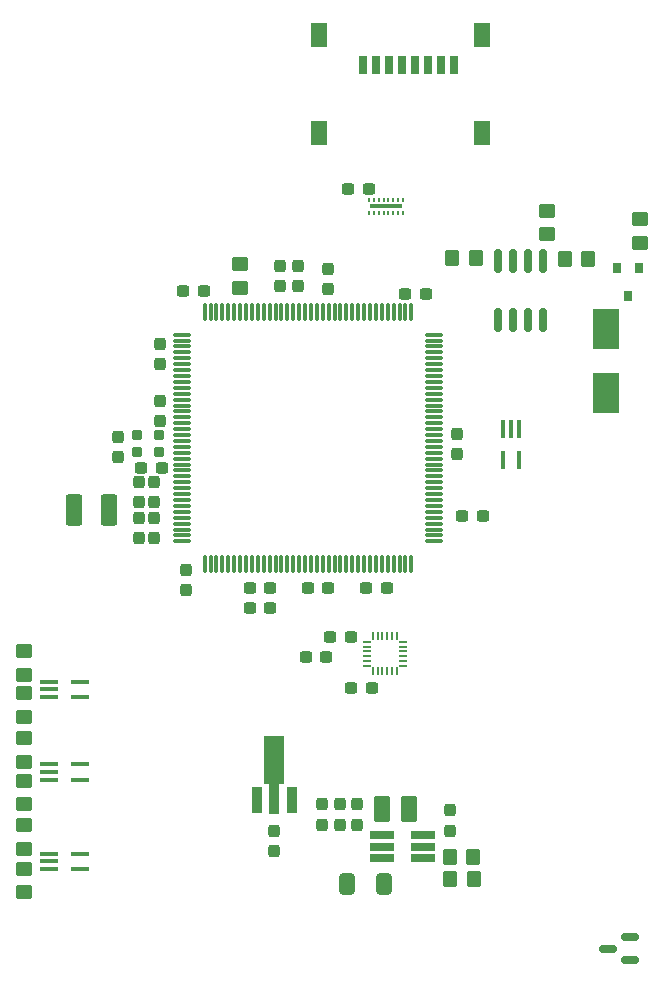
<source format=gtp>
G04 #@! TF.GenerationSoftware,KiCad,Pcbnew,(6.0.5)*
G04 #@! TF.CreationDate,2023-02-15T02:15:57-07:00*
G04 #@! TF.ProjectId,EVCU,45564355-2e6b-4696-9361-645f70636258,rev?*
G04 #@! TF.SameCoordinates,Original*
G04 #@! TF.FileFunction,Paste,Top*
G04 #@! TF.FilePolarity,Positive*
%FSLAX46Y46*%
G04 Gerber Fmt 4.6, Leading zero omitted, Abs format (unit mm)*
G04 Created by KiCad (PCBNEW (6.0.5)) date 2023-02-15 02:15:57*
%MOMM*%
%LPD*%
G01*
G04 APERTURE LIST*
G04 Aperture macros list*
%AMRoundRect*
0 Rectangle with rounded corners*
0 $1 Rounding radius*
0 $2 $3 $4 $5 $6 $7 $8 $9 X,Y pos of 4 corners*
0 Add a 4 corners polygon primitive as box body*
4,1,4,$2,$3,$4,$5,$6,$7,$8,$9,$2,$3,0*
0 Add four circle primitives for the rounded corners*
1,1,$1+$1,$2,$3*
1,1,$1+$1,$4,$5*
1,1,$1+$1,$6,$7*
1,1,$1+$1,$8,$9*
0 Add four rect primitives between the rounded corners*
20,1,$1+$1,$2,$3,$4,$5,0*
20,1,$1+$1,$4,$5,$6,$7,0*
20,1,$1+$1,$6,$7,$8,$9,0*
20,1,$1+$1,$8,$9,$2,$3,0*%
%AMFreePoly0*
4,1,14,0.266715,0.088284,0.363284,-0.008285,0.375000,-0.036569,0.375000,-0.060000,0.363284,-0.088284,0.335000,-0.100000,-0.335000,-0.100000,-0.363284,-0.088284,-0.375000,-0.060000,-0.375000,0.060000,-0.363284,0.088284,-0.335000,0.100000,0.238431,0.100000,0.266715,0.088284,0.266715,0.088284,$1*%
%AMFreePoly1*
4,1,14,0.363284,0.088284,0.375000,0.060000,0.375000,0.036569,0.363284,0.008285,0.266715,-0.088284,0.238431,-0.100000,-0.335000,-0.100000,-0.363284,-0.088284,-0.375000,-0.060000,-0.375000,0.060000,-0.363284,0.088284,-0.335000,0.100000,0.335000,0.100000,0.363284,0.088284,0.363284,0.088284,$1*%
%AMFreePoly2*
4,1,14,0.088284,0.363284,0.100000,0.335000,0.100000,-0.335000,0.088284,-0.363284,0.060000,-0.375000,-0.060000,-0.375000,-0.088284,-0.363284,-0.100000,-0.335000,-0.100000,0.238431,-0.088284,0.266715,0.008285,0.363284,0.036569,0.375000,0.060000,0.375000,0.088284,0.363284,0.088284,0.363284,$1*%
%AMFreePoly3*
4,1,14,-0.008285,0.363284,0.088284,0.266715,0.100000,0.238431,0.100000,-0.335000,0.088284,-0.363284,0.060000,-0.375000,-0.060000,-0.375000,-0.088284,-0.363284,-0.100000,-0.335000,-0.100000,0.335000,-0.088284,0.363284,-0.060000,0.375000,-0.036569,0.375000,-0.008285,0.363284,-0.008285,0.363284,$1*%
%AMFreePoly4*
4,1,14,0.363284,0.088284,0.375000,0.060000,0.375000,-0.060000,0.363284,-0.088284,0.335000,-0.100000,-0.238431,-0.100000,-0.266715,-0.088284,-0.363284,0.008285,-0.375000,0.036569,-0.375000,0.060000,-0.363284,0.088284,-0.335000,0.100000,0.335000,0.100000,0.363284,0.088284,0.363284,0.088284,$1*%
%AMFreePoly5*
4,1,14,0.363284,0.088284,0.375000,0.060000,0.375000,-0.060000,0.363284,-0.088284,0.335000,-0.100000,-0.335000,-0.100000,-0.363284,-0.088284,-0.375000,-0.060000,-0.375000,-0.036569,-0.363284,-0.008285,-0.266715,0.088284,-0.238431,0.100000,0.335000,0.100000,0.363284,0.088284,0.363284,0.088284,$1*%
%AMFreePoly6*
4,1,14,0.088284,0.363284,0.100000,0.335000,0.100000,-0.238431,0.088284,-0.266715,-0.008285,-0.363284,-0.036569,-0.375000,-0.060000,-0.375000,-0.088284,-0.363284,-0.100000,-0.335000,-0.100000,0.335000,-0.088284,0.363284,-0.060000,0.375000,0.060000,0.375000,0.088284,0.363284,0.088284,0.363284,$1*%
%AMFreePoly7*
4,1,14,0.088284,0.363284,0.100000,0.335000,0.100000,-0.335000,0.088284,-0.363284,0.060000,-0.375000,0.036569,-0.375000,0.008285,-0.363284,-0.088284,-0.266715,-0.100000,-0.238431,-0.100000,0.335000,-0.088284,0.363284,-0.060000,0.375000,0.060000,0.375000,0.088284,0.363284,0.088284,0.363284,$1*%
%AMFreePoly8*
4,1,9,5.362500,-0.866500,1.237500,-0.866500,1.237500,-0.450000,-1.237500,-0.450000,-1.237500,0.450000,1.237500,0.450000,1.237500,0.866500,5.362500,0.866500,5.362500,-0.866500,5.362500,-0.866500,$1*%
G04 Aperture macros list end*
%ADD10RoundRect,0.237500X0.237500X-0.300000X0.237500X0.300000X-0.237500X0.300000X-0.237500X-0.300000X0*%
%ADD11R,0.400000X1.500000*%
%ADD12FreePoly0,270.000000*%
%ADD13RoundRect,0.050000X-0.050000X0.325000X-0.050000X-0.325000X0.050000X-0.325000X0.050000X0.325000X0*%
%ADD14FreePoly1,270.000000*%
%ADD15FreePoly2,270.000000*%
%ADD16RoundRect,0.050000X-0.325000X0.050000X-0.325000X-0.050000X0.325000X-0.050000X0.325000X0.050000X0*%
%ADD17FreePoly3,270.000000*%
%ADD18FreePoly4,270.000000*%
%ADD19FreePoly5,270.000000*%
%ADD20FreePoly6,270.000000*%
%ADD21FreePoly7,270.000000*%
%ADD22RoundRect,0.250001X0.462499X0.849999X-0.462499X0.849999X-0.462499X-0.849999X0.462499X-0.849999X0*%
%ADD23RoundRect,0.237500X0.300000X0.237500X-0.300000X0.237500X-0.300000X-0.237500X0.300000X-0.237500X0*%
%ADD24R,0.900000X2.300000*%
%ADD25FreePoly8,90.000000*%
%ADD26RoundRect,0.237500X-0.237500X0.300000X-0.237500X-0.300000X0.237500X-0.300000X0.237500X0.300000X0*%
%ADD27RoundRect,0.250001X-0.462499X-1.074999X0.462499X-1.074999X0.462499X1.074999X-0.462499X1.074999X0*%
%ADD28RoundRect,0.250000X-0.450000X0.350000X-0.450000X-0.350000X0.450000X-0.350000X0.450000X0.350000X0*%
%ADD29R,1.500000X0.400000*%
%ADD30RoundRect,0.250000X0.350000X0.450000X-0.350000X0.450000X-0.350000X-0.450000X0.350000X-0.450000X0*%
%ADD31RoundRect,0.250000X0.412500X0.650000X-0.412500X0.650000X-0.412500X-0.650000X0.412500X-0.650000X0*%
%ADD32R,2.000000X0.650000*%
%ADD33RoundRect,0.250000X-0.350000X-0.450000X0.350000X-0.450000X0.350000X0.450000X-0.350000X0.450000X0*%
%ADD34RoundRect,0.075000X-0.662500X-0.075000X0.662500X-0.075000X0.662500X0.075000X-0.662500X0.075000X0*%
%ADD35RoundRect,0.075000X-0.075000X-0.662500X0.075000X-0.662500X0.075000X0.662500X-0.075000X0.662500X0*%
%ADD36RoundRect,0.237500X-0.300000X-0.237500X0.300000X-0.237500X0.300000X0.237500X-0.300000X0.237500X0*%
%ADD37RoundRect,0.150000X0.587500X0.150000X-0.587500X0.150000X-0.587500X-0.150000X0.587500X-0.150000X0*%
%ADD38R,2.300000X3.500000*%
%ADD39RoundRect,0.150000X0.150000X-0.825000X0.150000X0.825000X-0.150000X0.825000X-0.150000X-0.825000X0*%
%ADD40R,0.800000X1.500000*%
%ADD41R,1.450000X2.000000*%
%ADD42RoundRect,0.250000X0.450000X-0.350000X0.450000X0.350000X-0.450000X0.350000X-0.450000X-0.350000X0*%
%ADD43RoundRect,0.200000X0.250000X-0.200000X0.250000X0.200000X-0.250000X0.200000X-0.250000X-0.200000X0*%
%ADD44R,0.800000X0.900000*%
%ADD45R,0.200000X0.450000*%
%ADD46R,2.800000X0.300000*%
G04 APERTURE END LIST*
D10*
X130105200Y-111915100D03*
X130105200Y-110190100D03*
D11*
X135955800Y-77867200D03*
X135305800Y-77867200D03*
X134655800Y-77867200D03*
X134655800Y-80527200D03*
X135955800Y-80527200D03*
D10*
X119846400Y-66029700D03*
X119846400Y-64304700D03*
D12*
X125621600Y-95417200D03*
D13*
X125221600Y-95417200D03*
X124821600Y-95417200D03*
X124421600Y-95417200D03*
X124021600Y-95417200D03*
D14*
X123621600Y-95417200D03*
D15*
X123121600Y-95917200D03*
D16*
X123121600Y-96317200D03*
X123121600Y-96717200D03*
X123121600Y-97117200D03*
X123121600Y-97517200D03*
D17*
X123121600Y-97917200D03*
D18*
X123621600Y-98417200D03*
D13*
X124021600Y-98417200D03*
X124421600Y-98417200D03*
X124821600Y-98417200D03*
X125221600Y-98417200D03*
D19*
X125621600Y-98417200D03*
D20*
X126121600Y-97917200D03*
D16*
X126121600Y-97517200D03*
X126121600Y-97117200D03*
X126121600Y-96717200D03*
X126121600Y-96317200D03*
D21*
X126121600Y-95917200D03*
D22*
X126695700Y-110036600D03*
X124370700Y-110036600D03*
D23*
X123502900Y-99838200D03*
X121777900Y-99838200D03*
D24*
X113765200Y-109312600D03*
D25*
X115265200Y-109225100D03*
D24*
X116765200Y-109312600D03*
D26*
X115243008Y-111910156D03*
X115243008Y-113635156D03*
D27*
X98292900Y-84725200D03*
X101267900Y-84725200D03*
D10*
X130768400Y-79999700D03*
X130768400Y-78274700D03*
D23*
X109278900Y-66183200D03*
X107553900Y-66183200D03*
D28*
X94081600Y-107661200D03*
X94081600Y-109661200D03*
D29*
X96155200Y-99273600D03*
X96155200Y-99923600D03*
X96155200Y-100573600D03*
X98815200Y-100573600D03*
X98815200Y-99273600D03*
D10*
X117306400Y-65775700D03*
X117306400Y-64050700D03*
D30*
X132121200Y-114117856D03*
X130121200Y-114117856D03*
D31*
X124555700Y-116386600D03*
X121430700Y-116386600D03*
D28*
X94081600Y-104054400D03*
X94081600Y-106054400D03*
D30*
X132321731Y-63414600D03*
X130321731Y-63414600D03*
D32*
X124409200Y-112308600D03*
X124409200Y-113258600D03*
X124409200Y-114208600D03*
X127829200Y-114208600D03*
X127829200Y-113258600D03*
X127829200Y-112308600D03*
D28*
X94081600Y-96688400D03*
X94081600Y-98688400D03*
D23*
X124772900Y-91329200D03*
X123047900Y-91329200D03*
D33*
X139846731Y-63465400D03*
X141846731Y-63465400D03*
D29*
X96155200Y-106284000D03*
X96155200Y-106934000D03*
X96155200Y-107584000D03*
X98815200Y-107584000D03*
X98815200Y-106284000D03*
D23*
X114892300Y-91329200D03*
X113167300Y-91329200D03*
X114892300Y-93005600D03*
X113167300Y-93005600D03*
X119819900Y-91329200D03*
X118094900Y-91329200D03*
D34*
X107456700Y-69904600D03*
X107456700Y-70404600D03*
X107456700Y-70904600D03*
X107456700Y-71404600D03*
X107456700Y-71904600D03*
X107456700Y-72404600D03*
X107456700Y-72904600D03*
X107456700Y-73404600D03*
X107456700Y-73904600D03*
X107456700Y-74404600D03*
X107456700Y-74904600D03*
X107456700Y-75404600D03*
X107456700Y-75904600D03*
X107456700Y-76404600D03*
X107456700Y-76904600D03*
X107456700Y-77404600D03*
X107456700Y-77904600D03*
X107456700Y-78404600D03*
X107456700Y-78904600D03*
X107456700Y-79404600D03*
X107456700Y-79904600D03*
X107456700Y-80404600D03*
X107456700Y-80904600D03*
X107456700Y-81404600D03*
X107456700Y-81904600D03*
X107456700Y-82404600D03*
X107456700Y-82904600D03*
X107456700Y-83404600D03*
X107456700Y-83904600D03*
X107456700Y-84404600D03*
X107456700Y-84904600D03*
X107456700Y-85404600D03*
X107456700Y-85904600D03*
X107456700Y-86404600D03*
X107456700Y-86904600D03*
X107456700Y-87404600D03*
D35*
X109369200Y-89317100D03*
X109869200Y-89317100D03*
X110369200Y-89317100D03*
X110869200Y-89317100D03*
X111369200Y-89317100D03*
X111869200Y-89317100D03*
X112369200Y-89317100D03*
X112869200Y-89317100D03*
X113369200Y-89317100D03*
X113869200Y-89317100D03*
X114369200Y-89317100D03*
X114869200Y-89317100D03*
X115369200Y-89317100D03*
X115869200Y-89317100D03*
X116369200Y-89317100D03*
X116869200Y-89317100D03*
X117369200Y-89317100D03*
X117869200Y-89317100D03*
X118369200Y-89317100D03*
X118869200Y-89317100D03*
X119369200Y-89317100D03*
X119869200Y-89317100D03*
X120369200Y-89317100D03*
X120869200Y-89317100D03*
X121369200Y-89317100D03*
X121869200Y-89317100D03*
X122369200Y-89317100D03*
X122869200Y-89317100D03*
X123369200Y-89317100D03*
X123869200Y-89317100D03*
X124369200Y-89317100D03*
X124869200Y-89317100D03*
X125369200Y-89317100D03*
X125869200Y-89317100D03*
X126369200Y-89317100D03*
X126869200Y-89317100D03*
D34*
X128781700Y-87404600D03*
X128781700Y-86904600D03*
X128781700Y-86404600D03*
X128781700Y-85904600D03*
X128781700Y-85404600D03*
X128781700Y-84904600D03*
X128781700Y-84404600D03*
X128781700Y-83904600D03*
X128781700Y-83404600D03*
X128781700Y-82904600D03*
X128781700Y-82404600D03*
X128781700Y-81904600D03*
X128781700Y-81404600D03*
X128781700Y-80904600D03*
X128781700Y-80404600D03*
X128781700Y-79904600D03*
X128781700Y-79404600D03*
X128781700Y-78904600D03*
X128781700Y-78404600D03*
X128781700Y-77904600D03*
X128781700Y-77404600D03*
X128781700Y-76904600D03*
X128781700Y-76404600D03*
X128781700Y-75904600D03*
X128781700Y-75404600D03*
X128781700Y-74904600D03*
X128781700Y-74404600D03*
X128781700Y-73904600D03*
X128781700Y-73404600D03*
X128781700Y-72904600D03*
X128781700Y-72404600D03*
X128781700Y-71904600D03*
X128781700Y-71404600D03*
X128781700Y-70904600D03*
X128781700Y-70404600D03*
X128781700Y-69904600D03*
D35*
X126869200Y-67992100D03*
X126369200Y-67992100D03*
X125869200Y-67992100D03*
X125369200Y-67992100D03*
X124869200Y-67992100D03*
X124369200Y-67992100D03*
X123869200Y-67992100D03*
X123369200Y-67992100D03*
X122869200Y-67992100D03*
X122369200Y-67992100D03*
X121869200Y-67992100D03*
X121369200Y-67992100D03*
X120869200Y-67992100D03*
X120369200Y-67992100D03*
X119869200Y-67992100D03*
X119369200Y-67992100D03*
X118869200Y-67992100D03*
X118369200Y-67992100D03*
X117869200Y-67992100D03*
X117369200Y-67992100D03*
X116869200Y-67992100D03*
X116369200Y-67992100D03*
X115869200Y-67992100D03*
X115369200Y-67992100D03*
X114869200Y-67992100D03*
X114369200Y-67992100D03*
X113869200Y-67992100D03*
X113369200Y-67992100D03*
X112869200Y-67992100D03*
X112369200Y-67992100D03*
X111869200Y-67992100D03*
X111369200Y-67992100D03*
X110869200Y-67992100D03*
X110369200Y-67992100D03*
X109869200Y-67992100D03*
X109369200Y-67992100D03*
D10*
X115782400Y-65775700D03*
X115782400Y-64050700D03*
D36*
X131175900Y-85233200D03*
X132900900Y-85233200D03*
D37*
X145412700Y-122844600D03*
X145412700Y-120944600D03*
X143537700Y-121894600D03*
D23*
X121724900Y-95469400D03*
X119999900Y-95469400D03*
D28*
X94081600Y-100244400D03*
X94081600Y-102244400D03*
D29*
X96155200Y-113853200D03*
X96155200Y-114503200D03*
X96155200Y-115153200D03*
X98815200Y-115153200D03*
X98815200Y-113853200D03*
D28*
X146231531Y-60103200D03*
X146231531Y-62103200D03*
D36*
X121523900Y-57547200D03*
X123248900Y-57547200D03*
D26*
X119307008Y-109674956D03*
X119307008Y-111399956D03*
X120863208Y-109682100D03*
X120863208Y-111407100D03*
D38*
X143383000Y-74836000D03*
X143383000Y-69436000D03*
D26*
X105114400Y-85386700D03*
X105114400Y-87111700D03*
D10*
X105622400Y-77205700D03*
X105622400Y-75480700D03*
D23*
X105722900Y-81169200D03*
X103997900Y-81169200D03*
D10*
X105114400Y-84063700D03*
X105114400Y-82338700D03*
D39*
X134166531Y-68658200D03*
X135436531Y-68658200D03*
X136706531Y-68658200D03*
X137976531Y-68658200D03*
X137976531Y-63708200D03*
X136706531Y-63708200D03*
X135436531Y-63708200D03*
X134166531Y-63708200D03*
D40*
X122742400Y-47107200D03*
X123842400Y-47107200D03*
X124942400Y-47107200D03*
X126042400Y-47107200D03*
X127142400Y-47107200D03*
X128242400Y-47107200D03*
X129342400Y-47107200D03*
X130442400Y-47107200D03*
D41*
X132817400Y-44507200D03*
X119067400Y-44507200D03*
X119067400Y-52807200D03*
X132817400Y-52807200D03*
D23*
X119667500Y-97222000D03*
X117942500Y-97222000D03*
D10*
X105622400Y-72379700D03*
X105622400Y-70654700D03*
D42*
X94081600Y-117128800D03*
X94081600Y-115128800D03*
X112378800Y-65938600D03*
X112378800Y-63938600D03*
D26*
X103844400Y-85386700D03*
X103844400Y-87111700D03*
X107823000Y-89815500D03*
X107823000Y-91540500D03*
D10*
X103844400Y-84063700D03*
X103844400Y-82338700D03*
D43*
X103681400Y-79862200D03*
X105531400Y-79862200D03*
X105531400Y-78412200D03*
X103681400Y-78412200D03*
D44*
X146165531Y-64221200D03*
X144265531Y-64221200D03*
X145215531Y-66621200D03*
D26*
X102057200Y-78528700D03*
X102057200Y-80253700D03*
D33*
X130143408Y-115998456D03*
X132143408Y-115998456D03*
D45*
X123322400Y-59616200D03*
X123722400Y-59616200D03*
X124122400Y-59616200D03*
X124522400Y-59616200D03*
X124922400Y-59616200D03*
X125322400Y-59616200D03*
X125722400Y-59616200D03*
X126122400Y-59616200D03*
X126122400Y-58465200D03*
X125722400Y-58465200D03*
X125322400Y-58465200D03*
X124922400Y-58465200D03*
X124522400Y-58465200D03*
X124122400Y-58465200D03*
X123722400Y-58465200D03*
X123322400Y-58465200D03*
D46*
X124722400Y-59041200D03*
D42*
X94081600Y-113420400D03*
X94081600Y-111420400D03*
D36*
X126349900Y-66437200D03*
X128074900Y-66437200D03*
D26*
X122231200Y-109682100D03*
X122231200Y-111407100D03*
D28*
X138382931Y-59417400D03*
X138382931Y-61417400D03*
M02*

</source>
